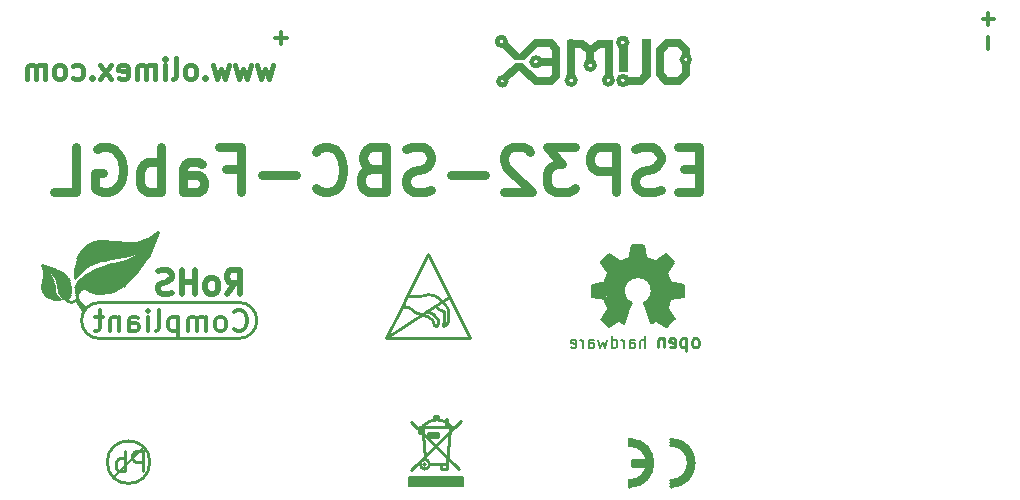
<source format=gbr>
G04 #@! TF.GenerationSoftware,KiCad,Pcbnew,5.1.0-rc2-unknown-036be7d~80~ubuntu16.04.1*
G04 #@! TF.CreationDate,2023-05-05T15:17:37+03:00*
G04 #@! TF.ProjectId,ESP32-SBC-FabGL_Rev_A,45535033-322d-4534-9243-2d466162474c,A*
G04 #@! TF.SameCoordinates,Original*
G04 #@! TF.FileFunction,Legend,Bot*
G04 #@! TF.FilePolarity,Positive*
%FSLAX46Y46*%
G04 Gerber Fmt 4.6, Leading zero omitted, Abs format (unit mm)*
G04 Created by KiCad (PCBNEW 5.1.0-rc2-unknown-036be7d~80~ubuntu16.04.1) date 2023-05-05 15:17:37*
%MOMM*%
%LPD*%
G04 APERTURE LIST*
%ADD10C,0.317500*%
%ADD11C,0.444500*%
%ADD12C,0.762000*%
%ADD13C,0.254000*%
%ADD14C,0.508000*%
%ADD15C,0.150000*%
%ADD16C,0.127000*%
%ADD17C,0.200000*%
%ADD18C,0.420000*%
%ADD19C,0.370000*%
%ADD20C,0.400000*%
%ADD21C,0.380000*%
%ADD22C,1.000000*%
%ADD23C,0.700000*%
%ADD24C,0.500000*%
%ADD25C,0.100000*%
%ADD26C,0.300000*%
%ADD27C,0.350000*%
%ADD28C,0.180000*%
G04 APERTURE END LIST*
D10*
X202528714Y-63524190D02*
X202528714Y-64491809D01*
X202528714Y-61492190D02*
X202528714Y-62459809D01*
X203012523Y-61976000D02*
X202044904Y-61976000D01*
X143104809Y-63590714D02*
X142137190Y-63590714D01*
X142621000Y-64074523D02*
X142621000Y-63106904D01*
D11*
X141943666Y-65913000D02*
X141605000Y-67098333D01*
X141266333Y-66251666D01*
X140927666Y-67098333D01*
X140589000Y-65913000D01*
X140081000Y-65913000D02*
X139742333Y-67098333D01*
X139403666Y-66251666D01*
X139065000Y-67098333D01*
X138726333Y-65913000D01*
X138218333Y-65913000D02*
X137879666Y-67098333D01*
X137541000Y-66251666D01*
X137202333Y-67098333D01*
X136863666Y-65913000D01*
X136186333Y-66929000D02*
X136101666Y-67013666D01*
X136186333Y-67098333D01*
X136271000Y-67013666D01*
X136186333Y-66929000D01*
X136186333Y-67098333D01*
X135085666Y-67098333D02*
X135255000Y-67013666D01*
X135339666Y-66929000D01*
X135424333Y-66759666D01*
X135424333Y-66251666D01*
X135339666Y-66082333D01*
X135255000Y-65997666D01*
X135085666Y-65913000D01*
X134831666Y-65913000D01*
X134662333Y-65997666D01*
X134577666Y-66082333D01*
X134493000Y-66251666D01*
X134493000Y-66759666D01*
X134577666Y-66929000D01*
X134662333Y-67013666D01*
X134831666Y-67098333D01*
X135085666Y-67098333D01*
X133477000Y-67098333D02*
X133646333Y-67013666D01*
X133731000Y-66844333D01*
X133731000Y-65320333D01*
X132799666Y-67098333D02*
X132799666Y-65913000D01*
X132799666Y-65320333D02*
X132884333Y-65405000D01*
X132799666Y-65489666D01*
X132715000Y-65405000D01*
X132799666Y-65320333D01*
X132799666Y-65489666D01*
X131953000Y-67098333D02*
X131953000Y-65913000D01*
X131953000Y-66082333D02*
X131868333Y-65997666D01*
X131699000Y-65913000D01*
X131445000Y-65913000D01*
X131275666Y-65997666D01*
X131191000Y-66167000D01*
X131191000Y-67098333D01*
X131191000Y-66167000D02*
X131106333Y-65997666D01*
X130937000Y-65913000D01*
X130683000Y-65913000D01*
X130513666Y-65997666D01*
X130429000Y-66167000D01*
X130429000Y-67098333D01*
X128905000Y-67013666D02*
X129074333Y-67098333D01*
X129413000Y-67098333D01*
X129582333Y-67013666D01*
X129667000Y-66844333D01*
X129667000Y-66167000D01*
X129582333Y-65997666D01*
X129413000Y-65913000D01*
X129074333Y-65913000D01*
X128905000Y-65997666D01*
X128820333Y-66167000D01*
X128820333Y-66336333D01*
X129667000Y-66505666D01*
X128227666Y-67098333D02*
X127296333Y-65913000D01*
X128227666Y-65913000D02*
X127296333Y-67098333D01*
X126619000Y-66929000D02*
X126534333Y-67013666D01*
X126619000Y-67098333D01*
X126703666Y-67013666D01*
X126619000Y-66929000D01*
X126619000Y-67098333D01*
X125010333Y-67013666D02*
X125179666Y-67098333D01*
X125518333Y-67098333D01*
X125687666Y-67013666D01*
X125772333Y-66929000D01*
X125857000Y-66759666D01*
X125857000Y-66251666D01*
X125772333Y-66082333D01*
X125687666Y-65997666D01*
X125518333Y-65913000D01*
X125179666Y-65913000D01*
X125010333Y-65997666D01*
X123994333Y-67098333D02*
X124163666Y-67013666D01*
X124248333Y-66929000D01*
X124333000Y-66759666D01*
X124333000Y-66251666D01*
X124248333Y-66082333D01*
X124163666Y-65997666D01*
X123994333Y-65913000D01*
X123740333Y-65913000D01*
X123571000Y-65997666D01*
X123486333Y-66082333D01*
X123401666Y-66251666D01*
X123401666Y-66759666D01*
X123486333Y-66929000D01*
X123571000Y-67013666D01*
X123740333Y-67098333D01*
X123994333Y-67098333D01*
X122639666Y-67098333D02*
X122639666Y-65913000D01*
X122639666Y-66082333D02*
X122555000Y-65997666D01*
X122385666Y-65913000D01*
X122131666Y-65913000D01*
X121962333Y-65997666D01*
X121877666Y-66167000D01*
X121877666Y-67098333D01*
X121877666Y-66167000D02*
X121793000Y-65997666D01*
X121623666Y-65913000D01*
X121369666Y-65913000D01*
X121200333Y-65997666D01*
X121115666Y-66167000D01*
X121115666Y-67098333D01*
D12*
X178035857Y-74657857D02*
X176765857Y-74657857D01*
X176221571Y-76653571D02*
X178035857Y-76653571D01*
X178035857Y-72843571D01*
X176221571Y-72843571D01*
X174770142Y-76472142D02*
X174225857Y-76653571D01*
X173318714Y-76653571D01*
X172955857Y-76472142D01*
X172774428Y-76290714D01*
X172593000Y-75927857D01*
X172593000Y-75565000D01*
X172774428Y-75202142D01*
X172955857Y-75020714D01*
X173318714Y-74839285D01*
X174044428Y-74657857D01*
X174407285Y-74476428D01*
X174588714Y-74295000D01*
X174770142Y-73932142D01*
X174770142Y-73569285D01*
X174588714Y-73206428D01*
X174407285Y-73025000D01*
X174044428Y-72843571D01*
X173137285Y-72843571D01*
X172593000Y-73025000D01*
X170960142Y-76653571D02*
X170960142Y-72843571D01*
X169508714Y-72843571D01*
X169145857Y-73025000D01*
X168964428Y-73206428D01*
X168783000Y-73569285D01*
X168783000Y-74113571D01*
X168964428Y-74476428D01*
X169145857Y-74657857D01*
X169508714Y-74839285D01*
X170960142Y-74839285D01*
X167513000Y-72843571D02*
X165154428Y-72843571D01*
X166424428Y-74295000D01*
X165880142Y-74295000D01*
X165517285Y-74476428D01*
X165335857Y-74657857D01*
X165154428Y-75020714D01*
X165154428Y-75927857D01*
X165335857Y-76290714D01*
X165517285Y-76472142D01*
X165880142Y-76653571D01*
X166968714Y-76653571D01*
X167331571Y-76472142D01*
X167513000Y-76290714D01*
X163703000Y-73206428D02*
X163521571Y-73025000D01*
X163158714Y-72843571D01*
X162251571Y-72843571D01*
X161888714Y-73025000D01*
X161707285Y-73206428D01*
X161525857Y-73569285D01*
X161525857Y-73932142D01*
X161707285Y-74476428D01*
X163884428Y-76653571D01*
X161525857Y-76653571D01*
X159893000Y-75202142D02*
X156990142Y-75202142D01*
X155357285Y-76472142D02*
X154813000Y-76653571D01*
X153905857Y-76653571D01*
X153543000Y-76472142D01*
X153361571Y-76290714D01*
X153180142Y-75927857D01*
X153180142Y-75565000D01*
X153361571Y-75202142D01*
X153543000Y-75020714D01*
X153905857Y-74839285D01*
X154631571Y-74657857D01*
X154994428Y-74476428D01*
X155175857Y-74295000D01*
X155357285Y-73932142D01*
X155357285Y-73569285D01*
X155175857Y-73206428D01*
X154994428Y-73025000D01*
X154631571Y-72843571D01*
X153724428Y-72843571D01*
X153180142Y-73025000D01*
X150277285Y-74657857D02*
X149733000Y-74839285D01*
X149551571Y-75020714D01*
X149370142Y-75383571D01*
X149370142Y-75927857D01*
X149551571Y-76290714D01*
X149733000Y-76472142D01*
X150095857Y-76653571D01*
X151547285Y-76653571D01*
X151547285Y-72843571D01*
X150277285Y-72843571D01*
X149914428Y-73025000D01*
X149733000Y-73206428D01*
X149551571Y-73569285D01*
X149551571Y-73932142D01*
X149733000Y-74295000D01*
X149914428Y-74476428D01*
X150277285Y-74657857D01*
X151547285Y-74657857D01*
X145560142Y-76290714D02*
X145741571Y-76472142D01*
X146285857Y-76653571D01*
X146648714Y-76653571D01*
X147193000Y-76472142D01*
X147555857Y-76109285D01*
X147737285Y-75746428D01*
X147918714Y-75020714D01*
X147918714Y-74476428D01*
X147737285Y-73750714D01*
X147555857Y-73387857D01*
X147193000Y-73025000D01*
X146648714Y-72843571D01*
X146285857Y-72843571D01*
X145741571Y-73025000D01*
X145560142Y-73206428D01*
X143927285Y-75202142D02*
X141024428Y-75202142D01*
X137940142Y-74657857D02*
X139210142Y-74657857D01*
X139210142Y-76653571D02*
X139210142Y-72843571D01*
X137395857Y-72843571D01*
X134311571Y-76653571D02*
X134311571Y-74657857D01*
X134493000Y-74295000D01*
X134855857Y-74113571D01*
X135581571Y-74113571D01*
X135944428Y-74295000D01*
X134311571Y-76472142D02*
X134674428Y-76653571D01*
X135581571Y-76653571D01*
X135944428Y-76472142D01*
X136125857Y-76109285D01*
X136125857Y-75746428D01*
X135944428Y-75383571D01*
X135581571Y-75202142D01*
X134674428Y-75202142D01*
X134311571Y-75020714D01*
X132497285Y-76653571D02*
X132497285Y-72843571D01*
X132497285Y-74295000D02*
X132134428Y-74113571D01*
X131408714Y-74113571D01*
X131045857Y-74295000D01*
X130864428Y-74476428D01*
X130683000Y-74839285D01*
X130683000Y-75927857D01*
X130864428Y-76290714D01*
X131045857Y-76472142D01*
X131408714Y-76653571D01*
X132134428Y-76653571D01*
X132497285Y-76472142D01*
X127054428Y-73025000D02*
X127417285Y-72843571D01*
X127961571Y-72843571D01*
X128505857Y-73025000D01*
X128868714Y-73387857D01*
X129050142Y-73750714D01*
X129231571Y-74476428D01*
X129231571Y-75020714D01*
X129050142Y-75746428D01*
X128868714Y-76109285D01*
X128505857Y-76472142D01*
X127961571Y-76653571D01*
X127598714Y-76653571D01*
X127054428Y-76472142D01*
X126873000Y-76290714D01*
X126873000Y-75020714D01*
X127598714Y-75020714D01*
X123425857Y-76653571D02*
X125240142Y-76653571D01*
X125240142Y-72843571D01*
D13*
X123698000Y-85598000D02*
X123190000Y-85598000D01*
X123571000Y-85471000D02*
X122936000Y-85471000D01*
X123444000Y-85344000D02*
X122809000Y-85344000D01*
X123444000Y-85217000D02*
X122682000Y-85217000D01*
X123393200Y-85090000D02*
X122555000Y-85090000D01*
X123317000Y-84963000D02*
X122555000Y-84963000D01*
X123317000Y-84836000D02*
X122555000Y-84836000D01*
X123317000Y-84709000D02*
X122555000Y-84709000D01*
X123317000Y-84582000D02*
X122555000Y-84582000D01*
X123317000Y-84455000D02*
X122555000Y-84455000D01*
X123317000Y-84328000D02*
X122555000Y-84328000D01*
X123317000Y-84201000D02*
X122682000Y-84201000D01*
X123190000Y-84074000D02*
X122682000Y-84074000D01*
X123190000Y-83947000D02*
X122682000Y-83947000D01*
X122809000Y-83439000D02*
X122809000Y-83947000D01*
X122936000Y-83439000D02*
X122936000Y-83947000D01*
X123063000Y-83058000D02*
X122555000Y-83058000D01*
X123190000Y-83185000D02*
X122555000Y-83185000D01*
X123444000Y-83312000D02*
X122682000Y-83312000D01*
X122936000Y-83439000D02*
X123825000Y-83439000D01*
X122809000Y-83439000D02*
X122936000Y-83439000D01*
X122682000Y-83439000D02*
X122809000Y-83439000D01*
X123444000Y-83566000D02*
X123952000Y-83566000D01*
X123571000Y-83693000D02*
X124206000Y-83693000D01*
X123571000Y-83820000D02*
X124333000Y-83820000D01*
X123698000Y-83947000D02*
X124460000Y-83947000D01*
X123698000Y-84074000D02*
X124587000Y-84074000D01*
X123825000Y-84201000D02*
X124587000Y-84201000D01*
X123825000Y-84328000D02*
X124587000Y-84328000D01*
X123825000Y-84455000D02*
X124714000Y-84455000D01*
X123825000Y-84582000D02*
X124714000Y-84582000D01*
X124587000Y-85344000D02*
X124079000Y-85344000D01*
X124587000Y-85217000D02*
X123952000Y-85217000D01*
X124714000Y-85090000D02*
X123952000Y-85090000D01*
X124714000Y-84963000D02*
X123952000Y-84963000D01*
X124587000Y-84836000D02*
X123952000Y-84836000D01*
X124079000Y-84709000D02*
X124079000Y-85217000D01*
X123825000Y-84709000D02*
X124333000Y-85598000D01*
X124079000Y-84709000D02*
X123825000Y-84709000D01*
X124460000Y-84709000D02*
X124079000Y-84709000D01*
X124587000Y-85344000D02*
X124587000Y-85471000D01*
X124587000Y-85217000D02*
X124587000Y-85344000D01*
X124587000Y-84836000D02*
X124587000Y-85217000D01*
X124587000Y-84709000D02*
X124587000Y-84836000D01*
X124460000Y-84709000D02*
X124460000Y-85344000D01*
X124587000Y-84709000D02*
X124460000Y-84709000D01*
X124714000Y-84709000D02*
X124587000Y-84709000D01*
X124714000Y-84963000D02*
X124714000Y-84709000D01*
X124714000Y-84985860D02*
X124714000Y-84963000D01*
X123774200Y-84531200D02*
X123774200Y-84523580D01*
X124157740Y-85600540D02*
X124185680Y-85628480D01*
D14*
X127508000Y-84201000D02*
X128778000Y-83947000D01*
X127127000Y-84328000D02*
X127508000Y-84201000D01*
X127000000Y-84201000D02*
X127127000Y-84328000D01*
X127000000Y-84074000D02*
X127000000Y-84201000D01*
X127508000Y-83820000D02*
X127000000Y-84074000D01*
X127762000Y-83820000D02*
X127508000Y-83820000D01*
X128778000Y-83566000D02*
X127762000Y-83820000D01*
X129286000Y-83566000D02*
X128778000Y-83566000D01*
X129413000Y-83693000D02*
X129286000Y-83566000D01*
X129286000Y-83820000D02*
X129413000Y-83693000D01*
X128651000Y-84328000D02*
X129286000Y-83820000D01*
X128143000Y-84455000D02*
X128651000Y-84328000D01*
X127762000Y-84582000D02*
X128143000Y-84455000D01*
X127127000Y-84582000D02*
X127762000Y-84582000D01*
X126746000Y-84455000D02*
X127127000Y-84582000D01*
X126492000Y-84455000D02*
X126746000Y-84455000D01*
X126365000Y-84201000D02*
X126492000Y-84455000D01*
X126492000Y-84074000D02*
X126365000Y-84201000D01*
X127127000Y-83566000D02*
X126492000Y-84074000D01*
X128143000Y-83312000D02*
X127127000Y-83566000D01*
X129286000Y-83185000D02*
X128143000Y-83312000D01*
X129413000Y-83185000D02*
X129286000Y-83185000D01*
X129540000Y-83312000D02*
X129413000Y-83185000D01*
X130302000Y-82677000D02*
X129540000Y-83312000D01*
X129667000Y-82677000D02*
X130429000Y-82296000D01*
X128930400Y-82931000D02*
X129667000Y-82677000D01*
X128320800Y-82931000D02*
X128930400Y-82931000D01*
X126923800Y-83413600D02*
X128320800Y-82931000D01*
X126238000Y-83820000D02*
X126923800Y-83413600D01*
X125730000Y-84328000D02*
X126238000Y-83820000D01*
X125476000Y-84836000D02*
X125730000Y-84328000D01*
X125730000Y-84582000D02*
X125476000Y-84836000D01*
X126111000Y-84455000D02*
X125730000Y-84582000D01*
X126873000Y-84963000D02*
X126111000Y-84455000D01*
X127762000Y-84963000D02*
X126873000Y-84963000D01*
X128651000Y-84709000D02*
X127762000Y-84963000D01*
X129159000Y-84328000D02*
X128651000Y-84709000D01*
X130048000Y-83439000D02*
X129159000Y-84328000D01*
X130302000Y-83058000D02*
X130048000Y-83439000D01*
X130683000Y-82550000D02*
X130302000Y-83058000D01*
X130812540Y-82042000D02*
X131191000Y-81155540D01*
X130812540Y-82423000D02*
X130812540Y-82042000D01*
X131191000Y-81915000D02*
X130812540Y-82423000D01*
X131318000Y-81407000D02*
X131191000Y-81915000D01*
X131826000Y-80518000D02*
X131318000Y-81407000D01*
X126238000Y-82042000D02*
X127889000Y-82042000D01*
X126365000Y-81661000D02*
X131318000Y-81584800D01*
X126365000Y-81915000D02*
X126365000Y-81661000D01*
X126365000Y-81407000D02*
X126365000Y-81661000D01*
X130937000Y-81407000D02*
X126365000Y-81407000D01*
X130429000Y-81534000D02*
X130937000Y-81407000D01*
X129159000Y-81915000D02*
X130429000Y-81534000D01*
X128016000Y-82042000D02*
X129159000Y-81915000D01*
X127889000Y-82042000D02*
X128016000Y-82042000D01*
X127381000Y-82042000D02*
X127889000Y-82042000D01*
X126746000Y-82423000D02*
X127381000Y-82042000D01*
X126365000Y-81915000D02*
X125984000Y-82423000D01*
X126619000Y-82423000D02*
X126365000Y-81915000D01*
X125984000Y-82804000D02*
X126619000Y-82423000D01*
X125476000Y-83439000D02*
X125984000Y-82804000D01*
X125603000Y-82423000D02*
X125476000Y-83439000D01*
X125857000Y-81915000D02*
X125603000Y-82423000D01*
X126365000Y-81407000D02*
X125857000Y-81915000D01*
X127000000Y-81026000D02*
X126365000Y-81407000D01*
X128651000Y-81026000D02*
X127000000Y-81026000D01*
X129667000Y-81155540D02*
X128651000Y-81026000D01*
X130812540Y-81155540D02*
X129667000Y-81155540D01*
D13*
X131826000Y-80518000D02*
X130812540Y-81155540D01*
X123367800Y-84533740D02*
X123393200Y-84924900D01*
X124447300Y-85725000D02*
X124460000Y-85725000D01*
X123545600Y-85725000D02*
X123901200Y-85725000D01*
X122742960Y-85404960D02*
X122765820Y-85427820D01*
X122428000Y-82804000D02*
X122562620Y-83342480D01*
X123444000Y-83185000D02*
X122428000Y-82804000D01*
X123865640Y-83365340D02*
X123444000Y-83185000D01*
X124640340Y-84104480D02*
X124587000Y-84010500D01*
X124460000Y-85725000D02*
X124757180Y-85305900D01*
X124594620Y-85859620D02*
X124460000Y-85725000D01*
X125349000Y-85725000D02*
X125244860Y-85831680D01*
X126111000Y-86487000D02*
X125620780Y-85996780D01*
X125349000Y-85389720D02*
X125349000Y-85344000D01*
X125984000Y-86614000D02*
X125476000Y-85852000D01*
X129425700Y-82075020D02*
X130812540Y-81661000D01*
X127558800Y-82364580D02*
X128076960Y-82290920D01*
X126283720Y-82872580D02*
X126291340Y-82867500D01*
X125224540Y-83947000D02*
X125227080Y-83944460D01*
X125638560Y-84091780D02*
X125468380Y-84279740D01*
X128503680Y-82760820D02*
X128193800Y-82821780D01*
X130812540Y-81661000D02*
X130530600Y-82008980D01*
X125984000Y-86487000D02*
X125798580Y-86301580D01*
X125326140Y-85171280D02*
X125349000Y-85217000D01*
X125224540Y-83566000D02*
X125224540Y-83947000D01*
X125430280Y-82288380D02*
X125282960Y-82887820D01*
X129628900Y-80967580D02*
X127480060Y-80772000D01*
X132207000Y-80010000D02*
X131345940Y-80629760D01*
X127452120Y-85217000D02*
X126936500Y-85217000D01*
X129357120Y-84513420D02*
X129321560Y-84548980D01*
X132207000Y-80010000D02*
X131340860Y-82125820D01*
X125625860Y-84942680D02*
X125349000Y-85217000D01*
X126398020Y-84996020D02*
X126344680Y-84942680D01*
X139065000Y-89027000D02*
X127254000Y-89027000D01*
X127254000Y-85979000D02*
X139065000Y-85979000D01*
X124713556Y-84987371D02*
G75*
G02X124460000Y-85598000I-865696J1511D01*
G01*
X123267020Y-83492180D02*
G75*
G02X123774200Y-84523580I-991420J-1127920D01*
G01*
X124184340Y-85628046D02*
G75*
G02X123774200Y-84531200I1118940J1043506D01*
G01*
X124461788Y-85726791D02*
G75*
G02X124157740Y-85600540I752J431051D01*
G01*
X123895340Y-85720613D02*
G75*
G02X123393200Y-84924900I709440J1003993D01*
G01*
X123013795Y-83586066D02*
G75*
G02X123367800Y-84576920I-1408755J-1061974D01*
G01*
X123546927Y-85726303D02*
G75*
G02X123347480Y-85702140I-1327J824263D01*
G01*
X123345497Y-85701453D02*
G75*
G02X122765820Y-85427820I205183J1185493D01*
G01*
X122741946Y-85405974D02*
G75*
G02X122428000Y-84648040I757934J757934D01*
G01*
X122428283Y-84648487D02*
G75*
G02X122499120Y-84279740I992857J447D01*
G01*
X122563148Y-83345136D02*
G75*
G02X122499120Y-84279740I-1478808J-368184D01*
G01*
X123865000Y-83366511D02*
G75*
G02X124587000Y-84010500I-601340J-1400909D01*
G01*
X124640794Y-84106321D02*
G75*
G02X124841000Y-84861400I-1323794J-755079D01*
G01*
X124842874Y-84861901D02*
G75*
G02X124757180Y-85305900I-1195674J501D01*
G01*
X124886720Y-85980612D02*
G75*
G02X124594620Y-85859620I0J413092D01*
G01*
X125244134Y-85830954D02*
G75*
G02X124886720Y-85979000I-357414J357414D01*
G01*
X125617258Y-85996710D02*
G75*
G02X125349000Y-85344000I653762J650170D01*
G01*
X125854978Y-86614280D02*
G75*
G02X125349000Y-85389720I1228842J1224560D01*
G01*
X129419379Y-82075186D02*
G75*
G02X128076960Y-82290920I-1812319J6992786D01*
G01*
X126295130Y-82864934D02*
G75*
G02X127558800Y-82364580I2134890J-3545866D01*
G01*
X125228641Y-83942765D02*
G75*
G02X126283720Y-82872580I3831299J-2722035D01*
G01*
X125348155Y-85217069D02*
G75*
G02X125468380Y-84279740I762845J378529D01*
G01*
X125639473Y-84091156D02*
G75*
G02X128193800Y-82821780I3654147J-4148444D01*
G01*
X130530541Y-82010778D02*
G75*
G02X128503680Y-82760820I-2631381J3997218D01*
G01*
X125796549Y-86302559D02*
G75*
G02X125349000Y-85217000I1086611J1083019D01*
G01*
X125222760Y-83565243D02*
G75*
G02X125282960Y-82887820I3049780J70363D01*
G01*
X125429736Y-82284585D02*
G75*
G02X127480060Y-80772000I2144304J-760715D01*
G01*
X131343952Y-80627522D02*
G75*
G02X129628900Y-80967580I-1268012J1900222D01*
G01*
X129317933Y-84551013D02*
G75*
G02X127452120Y-85217000I-1738813J1924813D01*
G01*
X131338464Y-82131447D02*
G75*
G02X129357120Y-84513420I-8344044J4925607D01*
G01*
X125625860Y-84940140D02*
G75*
G02X126344680Y-84942680I358140J-360680D01*
G01*
X126936500Y-85219066D02*
G75*
G02X126398020Y-84996020I0J761526D01*
G01*
X127254000Y-89027000D02*
G75*
G02X125730000Y-87503000I0J1524000D01*
G01*
X140589000Y-87503000D02*
G75*
G02X139065000Y-89027000I-1524000J0D01*
G01*
X139065000Y-85979000D02*
G75*
G02X140589000Y-87503000I0J-1524000D01*
G01*
X125730000Y-87503000D02*
G75*
G02X127254000Y-85979000I1524000J0D01*
G01*
D15*
X153495000Y-100788000D02*
X153495000Y-101550000D01*
X158067000Y-100788000D02*
X153495000Y-100788000D01*
X158067000Y-101550000D02*
X158067000Y-100788000D01*
X153495000Y-101550000D02*
X158067000Y-101550000D01*
X153545800Y-100838800D02*
X157965400Y-100838800D01*
X158016200Y-100940400D02*
X153545800Y-100940400D01*
X153545800Y-101092800D02*
X157965400Y-101092800D01*
X153545800Y-101245200D02*
X157965400Y-101245200D01*
X158016200Y-100991200D02*
X153596600Y-100991200D01*
X158016200Y-101143600D02*
X153545800Y-101143600D01*
X153596600Y-101346800D02*
X157965400Y-101346800D01*
X158016200Y-101448400D02*
X153596600Y-101448400D01*
D13*
X157861000Y-96012000D02*
X153670000Y-100203000D01*
X157734000Y-100076000D02*
X153670000Y-96139000D01*
X156718000Y-99695000D02*
X155321000Y-99695000D01*
X156718000Y-99695000D02*
X156972000Y-96647000D01*
X157226000Y-96520000D02*
X154305000Y-96520000D01*
X156210000Y-100076000D02*
X156210000Y-99822000D01*
X156718000Y-100076000D02*
X156210000Y-100076000D01*
X156718000Y-99695000D02*
X156718000Y-100076000D01*
X154813000Y-99187000D02*
X154686000Y-97155000D01*
X155214609Y-99695000D02*
G75*
G03X155214609Y-99695000I-401609J0D01*
G01*
X156591000Y-95885000D02*
X156591000Y-96393000D01*
X156718000Y-95885000D02*
X156591000Y-95885000D01*
X156718000Y-96393000D02*
X156718000Y-95885000D01*
X154305000Y-97028000D02*
X154305000Y-96520000D01*
X154686000Y-97028000D02*
X154305000Y-97028000D01*
X154686000Y-96520000D02*
X154686000Y-97028000D01*
X154559000Y-96647000D02*
X154559000Y-96774000D01*
X154559000Y-96520000D02*
X154432000Y-96901000D01*
X154559000Y-96647000D02*
X154559000Y-96774000D01*
X154432000Y-96647000D02*
X154432000Y-97028000D01*
X154559000Y-96647000D02*
X154432000Y-96647000D01*
X154559000Y-97028000D02*
X154559000Y-96647000D01*
X155956000Y-97409000D02*
X155956000Y-97028000D01*
X155067000Y-97409000D02*
X155956000Y-97409000D01*
X155067000Y-97028000D02*
X155067000Y-97409000D01*
X155956000Y-97028000D02*
X155067000Y-97028000D01*
X155829000Y-97155000D02*
X155194000Y-97155000D01*
X155575000Y-95631000D02*
X155956000Y-95631000D01*
X155575000Y-95758000D02*
X155575000Y-95631000D01*
X155956000Y-95758000D02*
X155575000Y-95758000D01*
X155956000Y-95631000D02*
X155956000Y-95758000D01*
D16*
X154940000Y-99695000D02*
G75*
G03X154940000Y-99695000I-127000J0D01*
G01*
D13*
X154686000Y-96393000D02*
G75*
G02X156972000Y-96393000I1143000J-1143000D01*
G01*
X131520037Y-99501960D02*
G75*
G03X131520037Y-99501960I-1802237J0D01*
G01*
D17*
X128557020Y-100665280D02*
X130990340Y-98244660D01*
D18*
X174073820Y-87551260D02*
X173522640Y-86128860D01*
D19*
X174419260Y-87365840D02*
X174101760Y-87571580D01*
D20*
X175209200Y-87914480D02*
X174429420Y-87383620D01*
D21*
X175785780Y-87376000D02*
X175221900Y-87914480D01*
D19*
X175770540Y-87376000D02*
X175237140Y-86542880D01*
X175595280Y-85615780D02*
X175237140Y-86499700D01*
X176573180Y-85374480D02*
X175623220Y-85592920D01*
D21*
X176563020Y-84597240D02*
X176568100Y-85384640D01*
D19*
X176575720Y-84584540D02*
X175557180Y-84404200D01*
X175526700Y-84368640D02*
X175178720Y-83502500D01*
X175755300Y-82600800D02*
X175199040Y-83451700D01*
D21*
X175765460Y-82577940D02*
X175265080Y-82044540D01*
D19*
X175216820Y-82019140D02*
X174388780Y-82671920D01*
X174327820Y-82661760D02*
X173482000Y-82255360D01*
X173222920Y-81221580D02*
X173428660Y-82235040D01*
X173230540Y-81208880D02*
X172445680Y-81208880D01*
X172463460Y-81229200D02*
X172250100Y-82247740D01*
X172250100Y-82247740D02*
X171348400Y-82697320D01*
X171335700Y-82692240D02*
X170431460Y-82057800D01*
X170431460Y-82059780D02*
X169877740Y-82605880D01*
X169877740Y-82608420D02*
X170494960Y-83398360D01*
X170494960Y-83398360D02*
X170154600Y-84335620D01*
X170154600Y-84335620D02*
X169072560Y-84564220D01*
X169072560Y-84564220D02*
X169072560Y-85399880D01*
X169072560Y-85399880D02*
X170086020Y-85570060D01*
X170086020Y-85570060D02*
X170492420Y-86481920D01*
X170441620Y-87929720D02*
X171277280Y-87363300D01*
X171277280Y-87363300D02*
X171615100Y-87548720D01*
X171615100Y-87548720D02*
X172189140Y-86108540D01*
X170492420Y-86481920D02*
X169872660Y-87368380D01*
X170426380Y-87922100D02*
X169872660Y-87376000D01*
D15*
X173992540Y-87731600D02*
X173342300Y-86062820D01*
X174376080Y-87528400D02*
X174030640Y-87749380D01*
X174388780Y-87518240D02*
X175214280Y-88082120D01*
X175221900Y-88089740D02*
X175943260Y-87396320D01*
X175950880Y-87393780D02*
X175353980Y-86530180D01*
X176712880Y-85486240D02*
X175641000Y-85681820D01*
X176712880Y-84493100D02*
X176712880Y-85478620D01*
X176715420Y-84490560D02*
X175544480Y-84287360D01*
X175646080Y-84292440D02*
X175310800Y-83459320D01*
X175907700Y-82608420D02*
X175313340Y-83461860D01*
X175928020Y-82572860D02*
X175254920Y-81859120D01*
X175242220Y-81856580D02*
X174271940Y-82572860D01*
X174307500Y-82504280D02*
X173403260Y-82125820D01*
X173319440Y-81109820D02*
X173520100Y-82135980D01*
X173309280Y-81102200D02*
X172344080Y-81102200D01*
X172344080Y-81102200D02*
X172118020Y-82273140D01*
X172128180Y-82191860D02*
X171323000Y-82529680D01*
X171442380Y-82577940D02*
X170431460Y-81904840D01*
X170426380Y-81902300D02*
X169732960Y-82593180D01*
X169727880Y-82600800D02*
X170431460Y-83591400D01*
X170342560Y-83482180D02*
X169976800Y-84350860D01*
X169039540Y-85252560D02*
X170146980Y-85476080D01*
X168955720Y-84510880D02*
X168958260Y-85468460D01*
X170093640Y-85699600D02*
X168970960Y-85488780D01*
X169989500Y-85666580D02*
X170370500Y-86647020D01*
X170022520Y-87302340D02*
X170507660Y-87833200D01*
X170418760Y-88077040D02*
X169735500Y-87386160D01*
X171305220Y-87462360D02*
X170428920Y-88082120D01*
X170441620Y-87767160D02*
X171262040Y-87238840D01*
X171124880Y-87434420D02*
X171653200Y-87762080D01*
X171653200Y-87762080D02*
X172039280Y-86781640D01*
X172044360Y-86083140D02*
X171516040Y-87464900D01*
X176420780Y-84681060D02*
X176420780Y-85331300D01*
X176563020Y-84736940D02*
X175447960Y-84490560D01*
X175033940Y-83469480D02*
X175420020Y-84467700D01*
X175028860Y-83474560D02*
X175630840Y-82565240D01*
X175272700Y-82120740D02*
X174388780Y-82842100D01*
X172001180Y-86141560D02*
X171823380Y-86019640D01*
X171823380Y-86019640D02*
X171447460Y-85308440D01*
X171447460Y-85308440D02*
X171447460Y-84790280D01*
X171442380Y-84802980D02*
X171676060Y-84129880D01*
X171676060Y-84129880D02*
X172186600Y-83700620D01*
X172186600Y-83700620D02*
X173001940Y-83540600D01*
X173001940Y-83532980D02*
X173873160Y-83962240D01*
X173873160Y-83962240D02*
X174292260Y-84693760D01*
X174297340Y-84698840D02*
X174165260Y-85521800D01*
X174160180Y-85552280D02*
X174066200Y-85722460D01*
X174160180Y-85552280D02*
X174066200Y-85722460D01*
X173936660Y-85773260D02*
X173677580Y-86111080D01*
X173568360Y-85887560D02*
X173342300Y-86062820D01*
X172067220Y-85890100D02*
X172321220Y-86055200D01*
X172204380Y-86344760D02*
X172326300Y-86060280D01*
X174383700Y-82839560D02*
X173400720Y-82346800D01*
X174053500Y-85752940D02*
X173746160Y-86019640D01*
D22*
X175069500Y-87182960D02*
X174216060Y-86161880D01*
X176105820Y-84978240D02*
X174688500Y-84917280D01*
X175120300Y-82692240D02*
X174058580Y-83799680D01*
X172859700Y-81716880D02*
X172854620Y-83230720D01*
X170594020Y-82773520D02*
X171706540Y-83840320D01*
X169603420Y-84957920D02*
X171071540Y-85044280D01*
X174393860Y-87010240D02*
X174028100Y-86248240D01*
X175059340Y-86111080D02*
X174495460Y-85631020D01*
X175308260Y-85465920D02*
X174602140Y-85338920D01*
X174983140Y-84221320D02*
X174541180Y-84381340D01*
X174807880Y-83741260D02*
X174350680Y-84030820D01*
X173809660Y-82964020D02*
X173634400Y-83322160D01*
X173375320Y-82704940D02*
X173207680Y-83314540D01*
X172110400Y-82720180D02*
X172331380Y-83405980D01*
X171523660Y-82971640D02*
X171942760Y-83558380D01*
X170654980Y-83840320D02*
X171310300Y-84206080D01*
X170413680Y-84533740D02*
X171135040Y-84681060D01*
X171249340Y-85691980D02*
X170639740Y-85798660D01*
X171569380Y-86111080D02*
X170952160Y-86438740D01*
X171683680Y-86248240D02*
X170502580Y-87261700D01*
X171683680Y-86156800D02*
X171350940Y-86888320D01*
D19*
X172178980Y-86106000D02*
G75*
G02X171808140Y-84241640I746760J1117600D01*
G01*
X171797980Y-84256880D02*
G75*
G02X173723300Y-84058760I1061720J-863600D01*
G01*
X173748700Y-84084160D02*
G75*
G02X173672500Y-85938360I-965200J-889000D01*
G01*
D13*
X156400500Y-87757000D02*
X156464000Y-87757000D01*
X156400500Y-87757000D02*
X156400500Y-86741000D01*
X156337000Y-87947500D02*
X156337000Y-87820500D01*
X156781500Y-86550500D02*
X156781500Y-87630000D01*
X155829000Y-87947500D02*
X155676600Y-87947500D01*
X152844500Y-86360000D02*
X153162000Y-86360000D01*
X154470100Y-85471000D02*
X153289000Y-85471000D01*
X156845000Y-85534500D02*
X151511000Y-89027000D01*
X153289000Y-85471000D02*
X155067000Y-81915000D01*
X152844500Y-86360000D02*
X153289000Y-85471000D01*
X151511000Y-89027000D02*
X152844500Y-86360000D01*
X158623000Y-89027000D02*
X151511000Y-89027000D01*
X155067000Y-81915000D02*
X158623000Y-89027000D01*
X156464000Y-87757000D02*
G75*
G02X156591000Y-87884000I0J-127000D01*
G01*
X156337000Y-87820500D02*
G75*
G02X156400500Y-87757000I63500J0D01*
G01*
X156398071Y-88013545D02*
G75*
G02X156337000Y-87947500I2429J63505D01*
G01*
X156781500Y-87630000D02*
G75*
G02X156400500Y-88011000I-381000J0D01*
G01*
X156592048Y-86234575D02*
G75*
G02X156781500Y-86550500I-168688J-315925D01*
G01*
X156589549Y-86233142D02*
G75*
G02X156273500Y-85915500I478971J792622D01*
G01*
X156398935Y-86742845D02*
G75*
G02X155702000Y-86296500I153965J1007685D01*
G01*
X155955068Y-87503674D02*
G75*
G02X155956000Y-87820500I-316568J-159346D01*
G01*
X155955967Y-87820600D02*
G75*
G02X155829000Y-87947500I-190467J63600D01*
G01*
X154627275Y-87059493D02*
G75*
G02X155067000Y-87185500I-825195J-3709947D01*
G01*
X155066915Y-87186965D02*
G75*
G02X155638500Y-87947500I-284395J-808795D01*
G01*
X155004708Y-86742166D02*
G75*
G02X155956000Y-87503000I-285688J-1332334D01*
G01*
X154492461Y-86996576D02*
G75*
G02X153670000Y-86550500I147819J1253796D01*
G01*
X153161301Y-86360474D02*
G75*
G02X153670000Y-86550500I64199J-604046D01*
G01*
X154685915Y-85409114D02*
G75*
G02X154470100Y-85471000I-182795J230214D01*
G01*
X154686721Y-85407678D02*
G75*
G02X156273500Y-85915500I466639J-1274902D01*
G01*
D20*
X177235747Y-65405000D02*
G75*
G03X177235747Y-65405000I-337447J0D01*
G01*
D23*
X176911000Y-64630300D02*
X176403000Y-64122300D01*
X175310800Y-64046100D02*
X174675800Y-64655700D01*
X174701200Y-66611500D02*
X175260000Y-67195700D01*
X173075600Y-67208400D02*
X173532800Y-66751200D01*
X172089800Y-67208400D02*
X173075600Y-67208400D01*
D20*
X171943324Y-67183000D02*
G75*
G03X171943324Y-67183000I-366324J0D01*
G01*
D23*
X171577000Y-64490600D02*
X171577000Y-66090800D01*
D20*
X171937818Y-63957200D02*
G75*
G03X171937818Y-63957200I-373518J0D01*
G01*
X170704759Y-67157600D02*
G75*
G03X170704759Y-67157600I-359659J0D01*
G01*
D23*
X170357800Y-66649600D02*
X170357800Y-64058800D01*
X170357800Y-64058800D02*
X169519600Y-64058800D01*
X169519600Y-64058800D02*
X168910000Y-64566800D01*
X168808400Y-65354200D02*
X168808400Y-64643000D01*
X168732200Y-64566800D02*
X168097200Y-64058800D01*
D20*
X169179318Y-65887600D02*
G75*
G03X169179318Y-65887600I-370918J0D01*
G01*
D23*
X168097200Y-64058800D02*
X167208200Y-64058800D01*
D20*
X167558729Y-67170300D02*
G75*
G03X167558729Y-67170300I-363229J0D01*
G01*
X161695666Y-67259200D02*
G75*
G03X161695666Y-67259200I-329466J0D01*
G01*
D23*
X161696400Y-66903600D02*
X162534600Y-66090800D01*
D24*
X163042600Y-65989200D02*
X162509200Y-65989200D01*
D23*
X164185600Y-67208400D02*
X163042600Y-66090800D01*
X165506400Y-67208400D02*
X164185600Y-67208400D01*
X165938200Y-66776600D02*
X165506400Y-67208400D01*
X165938200Y-64541400D02*
X165938200Y-66776600D01*
X165938200Y-64516000D02*
X165455600Y-64008000D01*
X165407500Y-64033400D02*
X164185600Y-64033400D01*
X164185600Y-64033400D02*
X163093400Y-65100200D01*
D24*
X163068000Y-65214500D02*
X162509200Y-65214500D01*
D23*
X161645600Y-64223900D02*
X162509200Y-65117600D01*
D20*
X161636735Y-63868300D02*
G75*
G03X161636735Y-63868300I-359435J0D01*
G01*
D23*
X164719000Y-65608200D02*
X165938200Y-65608200D01*
D20*
X164570659Y-65608200D02*
G75*
G03X164570659Y-65608200I-359659J0D01*
G01*
D23*
X176339500Y-67221100D02*
X175298100Y-67221100D01*
X176898300Y-66662300D02*
X176898300Y-65900300D01*
X176911000Y-66649600D02*
X176326800Y-67221100D01*
X176911000Y-64681100D02*
X176911000Y-64922400D01*
X174688500Y-64643000D02*
X174688500Y-66573400D01*
X175310800Y-64033400D02*
X176314100Y-64033400D01*
X167195500Y-64046100D02*
X167195500Y-66649600D01*
X173532800Y-66763900D02*
X173532800Y-64033400D01*
D25*
X173532800Y-63690500D02*
X173812200Y-63690500D01*
X173837600Y-63690500D02*
X173837600Y-66840100D01*
X173824900Y-63690500D02*
X173837600Y-63690500D01*
X173812200Y-63690500D02*
X173824900Y-63690500D01*
X173697900Y-63779400D02*
X173761400Y-63766700D01*
X173215300Y-63690500D02*
X173215300Y-66725800D01*
X173520100Y-63690500D02*
X173215300Y-63690500D01*
X173393100Y-63766700D02*
X173278800Y-63766700D01*
X171894500Y-64376300D02*
X171894500Y-66395600D01*
X171259500Y-66395600D02*
X171259500Y-64376300D01*
X171284900Y-66395600D02*
X171259500Y-66395600D01*
X171894500Y-66395600D02*
X171284900Y-66395600D01*
X171754800Y-66332100D02*
X171818300Y-66332100D01*
X171411900Y-66332100D02*
X171323000Y-66332100D01*
X170675300Y-66738500D02*
X170675300Y-63754000D01*
X169430700Y-63741300D02*
X168846500Y-64223900D01*
X170675300Y-63741300D02*
X169430700Y-63741300D01*
X170522900Y-63804800D02*
X170599100Y-63804800D01*
X166865300Y-66763900D02*
X166865300Y-63754000D01*
X168186100Y-63741300D02*
X168808400Y-64236600D01*
X168160700Y-63741300D02*
X168186100Y-63741300D01*
X166865300Y-63741300D02*
X168160700Y-63741300D01*
X166865300Y-63754000D02*
X166865300Y-63741300D01*
X167017700Y-63817500D02*
X166916100Y-63817500D01*
X164071300Y-63703200D02*
X162814000Y-64947800D01*
X164122100Y-63703200D02*
X164071300Y-63703200D01*
X165493700Y-63703200D02*
X164122100Y-63703200D01*
D13*
X172363000Y-99568000D02*
X173613000Y-99568000D01*
X172363000Y-99818000D02*
X173613000Y-99818000D01*
X172363000Y-99318000D02*
X172363000Y-99818000D01*
X173613000Y-99318000D02*
X172363000Y-99318000D01*
X172113000Y-97568000D02*
X172113000Y-98068000D01*
X172113000Y-101068000D02*
X172113000Y-101568000D01*
X175613000Y-101068000D02*
X175613000Y-101568000D01*
X175613000Y-97568000D02*
X175613000Y-98068000D01*
X172113000Y-101568000D02*
G75*
G03X172113000Y-97568000I0J2000000D01*
G01*
D26*
X172162980Y-101318000D02*
G75*
G03X172163000Y-97818000I-49980J1750000D01*
G01*
D13*
X172113000Y-101068000D02*
G75*
G03X172113000Y-98068000I0J1500000D01*
G01*
D26*
X175662980Y-101318000D02*
G75*
G03X175663000Y-97818000I-49980J1750000D01*
G01*
D13*
X175613000Y-101568000D02*
G75*
G03X175613000Y-97568000I0J2000000D01*
G01*
X175613000Y-101068000D02*
G75*
G03X175613000Y-98068000I0J1500000D01*
G01*
D27*
X138622193Y-88188800D02*
X138706860Y-88273466D01*
X138960860Y-88358133D01*
X139130193Y-88358133D01*
X139384193Y-88273466D01*
X139553526Y-88104133D01*
X139638193Y-87934800D01*
X139722860Y-87596133D01*
X139722860Y-87342133D01*
X139638193Y-87003466D01*
X139553526Y-86834133D01*
X139384193Y-86664800D01*
X139130193Y-86580133D01*
X138960860Y-86580133D01*
X138706860Y-86664800D01*
X138622193Y-86749466D01*
X137606193Y-88358133D02*
X137775526Y-88273466D01*
X137860193Y-88188800D01*
X137944860Y-88019466D01*
X137944860Y-87511466D01*
X137860193Y-87342133D01*
X137775526Y-87257466D01*
X137606193Y-87172800D01*
X137352193Y-87172800D01*
X137182860Y-87257466D01*
X137098193Y-87342133D01*
X137013526Y-87511466D01*
X137013526Y-88019466D01*
X137098193Y-88188800D01*
X137182860Y-88273466D01*
X137352193Y-88358133D01*
X137606193Y-88358133D01*
X136251526Y-88358133D02*
X136251526Y-87172800D01*
X136251526Y-87342133D02*
X136166860Y-87257466D01*
X135997526Y-87172800D01*
X135743526Y-87172800D01*
X135574193Y-87257466D01*
X135489526Y-87426800D01*
X135489526Y-88358133D01*
X135489526Y-87426800D02*
X135404860Y-87257466D01*
X135235526Y-87172800D01*
X134981526Y-87172800D01*
X134812193Y-87257466D01*
X134727526Y-87426800D01*
X134727526Y-88358133D01*
X133880860Y-87172800D02*
X133880860Y-88950800D01*
X133880860Y-87257466D02*
X133711526Y-87172800D01*
X133372860Y-87172800D01*
X133203526Y-87257466D01*
X133118860Y-87342133D01*
X133034193Y-87511466D01*
X133034193Y-88019466D01*
X133118860Y-88188800D01*
X133203526Y-88273466D01*
X133372860Y-88358133D01*
X133711526Y-88358133D01*
X133880860Y-88273466D01*
X132018193Y-88358133D02*
X132187526Y-88273466D01*
X132272193Y-88104133D01*
X132272193Y-86580133D01*
X131340860Y-88358133D02*
X131340860Y-87172800D01*
X131340860Y-86580133D02*
X131425526Y-86664800D01*
X131340860Y-86749466D01*
X131256193Y-86664800D01*
X131340860Y-86580133D01*
X131340860Y-86749466D01*
X129732193Y-88358133D02*
X129732193Y-87426800D01*
X129816860Y-87257466D01*
X129986193Y-87172800D01*
X130324860Y-87172800D01*
X130494193Y-87257466D01*
X129732193Y-88273466D02*
X129901526Y-88358133D01*
X130324860Y-88358133D01*
X130494193Y-88273466D01*
X130578860Y-88104133D01*
X130578860Y-87934800D01*
X130494193Y-87765466D01*
X130324860Y-87680800D01*
X129901526Y-87680800D01*
X129732193Y-87596133D01*
X128885526Y-87172800D02*
X128885526Y-88358133D01*
X128885526Y-87342133D02*
X128800860Y-87257466D01*
X128631526Y-87172800D01*
X128377526Y-87172800D01*
X128208193Y-87257466D01*
X128123526Y-87426800D01*
X128123526Y-88358133D01*
X127530860Y-87172800D02*
X126853526Y-87172800D01*
X127276860Y-86580133D02*
X127276860Y-88104133D01*
X127192193Y-88273466D01*
X127022860Y-88358133D01*
X126853526Y-88358133D01*
D24*
X138043634Y-85253081D02*
X138710300Y-84300700D01*
X139186491Y-85253081D02*
X139186491Y-83253081D01*
X138424586Y-83253081D01*
X138234110Y-83348320D01*
X138138872Y-83443558D01*
X138043634Y-83634034D01*
X138043634Y-83919748D01*
X138138872Y-84110224D01*
X138234110Y-84205462D01*
X138424586Y-84300700D01*
X139186491Y-84300700D01*
X136900777Y-85253081D02*
X137091253Y-85157843D01*
X137186491Y-85062605D01*
X137281729Y-84872129D01*
X137281729Y-84300700D01*
X137186491Y-84110224D01*
X137091253Y-84014986D01*
X136900777Y-83919748D01*
X136615062Y-83919748D01*
X136424586Y-84014986D01*
X136329348Y-84110224D01*
X136234110Y-84300700D01*
X136234110Y-84872129D01*
X136329348Y-85062605D01*
X136424586Y-85157843D01*
X136615062Y-85253081D01*
X136900777Y-85253081D01*
X135376967Y-85253081D02*
X135376967Y-83253081D01*
X135376967Y-84205462D02*
X134234110Y-84205462D01*
X134234110Y-85253081D02*
X134234110Y-83253081D01*
X133376967Y-85157843D02*
X133091253Y-85253081D01*
X132615062Y-85253081D01*
X132424586Y-85157843D01*
X132329348Y-85062605D01*
X132234110Y-84872129D01*
X132234110Y-84681653D01*
X132329348Y-84491177D01*
X132424586Y-84395939D01*
X132615062Y-84300700D01*
X132996015Y-84205462D01*
X133186491Y-84110224D01*
X133281729Y-84014986D01*
X133376967Y-83824510D01*
X133376967Y-83634034D01*
X133281729Y-83443558D01*
X133186491Y-83348320D01*
X132996015Y-83253081D01*
X132519824Y-83253081D01*
X132234110Y-83348320D01*
D13*
X130906068Y-100291327D02*
X130906068Y-98591327D01*
X130334640Y-98591327D01*
X130191782Y-98672280D01*
X130120354Y-98753232D01*
X130048925Y-98915137D01*
X130048925Y-99157994D01*
X130120354Y-99319899D01*
X130191782Y-99400851D01*
X130334640Y-99481803D01*
X130906068Y-99481803D01*
X129406068Y-100291327D02*
X129406068Y-98591327D01*
X129406068Y-99238946D02*
X129263211Y-99157994D01*
X128977497Y-99157994D01*
X128834640Y-99238946D01*
X128763211Y-99319899D01*
X128691782Y-99481803D01*
X128691782Y-99967518D01*
X128763211Y-100129422D01*
X128834640Y-100210375D01*
X128977497Y-100291327D01*
X129263211Y-100291327D01*
X129406068Y-100210375D01*
X177793298Y-89763379D02*
X177898060Y-89710998D01*
X177950440Y-89658617D01*
X178002821Y-89553855D01*
X178002821Y-89239569D01*
X177950440Y-89134807D01*
X177898060Y-89082426D01*
X177793298Y-89030045D01*
X177636155Y-89030045D01*
X177531393Y-89082426D01*
X177479012Y-89134807D01*
X177426631Y-89239569D01*
X177426631Y-89553855D01*
X177479012Y-89658617D01*
X177531393Y-89710998D01*
X177636155Y-89763379D01*
X177793298Y-89763379D01*
X176955202Y-89030045D02*
X176955202Y-90130045D01*
X176955202Y-89082426D02*
X176850440Y-89030045D01*
X176640917Y-89030045D01*
X176536155Y-89082426D01*
X176483774Y-89134807D01*
X176431393Y-89239569D01*
X176431393Y-89553855D01*
X176483774Y-89658617D01*
X176536155Y-89710998D01*
X176640917Y-89763379D01*
X176850440Y-89763379D01*
X176955202Y-89710998D01*
X175540917Y-89710998D02*
X175645679Y-89763379D01*
X175855202Y-89763379D01*
X175959964Y-89710998D01*
X176012345Y-89606236D01*
X176012345Y-89187188D01*
X175959964Y-89082426D01*
X175855202Y-89030045D01*
X175645679Y-89030045D01*
X175540917Y-89082426D01*
X175488536Y-89187188D01*
X175488536Y-89291950D01*
X176012345Y-89396712D01*
X175017107Y-89030045D02*
X175017107Y-89763379D01*
X175017107Y-89134807D02*
X174964726Y-89082426D01*
X174859964Y-89030045D01*
X174702821Y-89030045D01*
X174598060Y-89082426D01*
X174545679Y-89187188D01*
X174545679Y-89763379D01*
D28*
X173477797Y-89809580D02*
X173477797Y-88809580D01*
X173049225Y-89809580D02*
X173049225Y-89285771D01*
X173096844Y-89190533D01*
X173192082Y-89142914D01*
X173334940Y-89142914D01*
X173430178Y-89190533D01*
X173477797Y-89238152D01*
X172144463Y-89809580D02*
X172144463Y-89285771D01*
X172192082Y-89190533D01*
X172287320Y-89142914D01*
X172477797Y-89142914D01*
X172573035Y-89190533D01*
X172144463Y-89761961D02*
X172239701Y-89809580D01*
X172477797Y-89809580D01*
X172573035Y-89761961D01*
X172620654Y-89666723D01*
X172620654Y-89571485D01*
X172573035Y-89476247D01*
X172477797Y-89428628D01*
X172239701Y-89428628D01*
X172144463Y-89381009D01*
X171668273Y-89809580D02*
X171668273Y-89142914D01*
X171668273Y-89333390D02*
X171620654Y-89238152D01*
X171573035Y-89190533D01*
X171477797Y-89142914D01*
X171382559Y-89142914D01*
X170620654Y-89809580D02*
X170620654Y-88809580D01*
X170620654Y-89761961D02*
X170715892Y-89809580D01*
X170906368Y-89809580D01*
X171001606Y-89761961D01*
X171049225Y-89714342D01*
X171096844Y-89619104D01*
X171096844Y-89333390D01*
X171049225Y-89238152D01*
X171001606Y-89190533D01*
X170906368Y-89142914D01*
X170715892Y-89142914D01*
X170620654Y-89190533D01*
X170239701Y-89142914D02*
X170049225Y-89809580D01*
X169858749Y-89333390D01*
X169668273Y-89809580D01*
X169477797Y-89142914D01*
X168668273Y-89809580D02*
X168668273Y-89285771D01*
X168715892Y-89190533D01*
X168811130Y-89142914D01*
X169001606Y-89142914D01*
X169096844Y-89190533D01*
X168668273Y-89761961D02*
X168763511Y-89809580D01*
X169001606Y-89809580D01*
X169096844Y-89761961D01*
X169144463Y-89666723D01*
X169144463Y-89571485D01*
X169096844Y-89476247D01*
X169001606Y-89428628D01*
X168763511Y-89428628D01*
X168668273Y-89381009D01*
X168192082Y-89809580D02*
X168192082Y-89142914D01*
X168192082Y-89333390D02*
X168144463Y-89238152D01*
X168096844Y-89190533D01*
X168001606Y-89142914D01*
X167906368Y-89142914D01*
X167192082Y-89761961D02*
X167287320Y-89809580D01*
X167477797Y-89809580D01*
X167573035Y-89761961D01*
X167620654Y-89666723D01*
X167620654Y-89285771D01*
X167573035Y-89190533D01*
X167477797Y-89142914D01*
X167287320Y-89142914D01*
X167192082Y-89190533D01*
X167144463Y-89285771D01*
X167144463Y-89381009D01*
X167620654Y-89476247D01*
M02*

</source>
